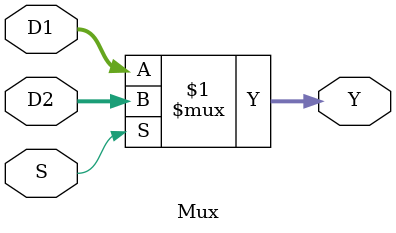
<source format=v>
`timescale 1ns / 1ps


module Mux(
    input [31:0] D1,
    input [31:0] D2,
    input S,
    output [31:0] Y
    );
    
    assign Y = S ? D2:D1;  
endmodule

</source>
